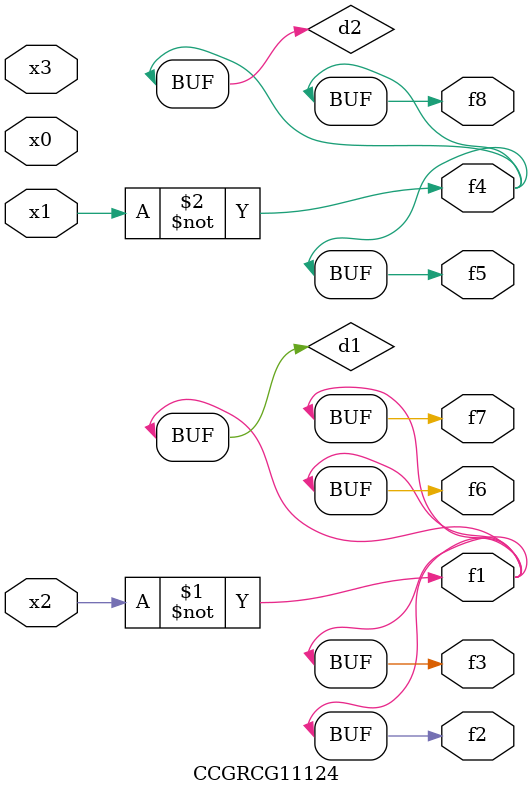
<source format=v>
module CCGRCG11124(
	input x0, x1, x2, x3,
	output f1, f2, f3, f4, f5, f6, f7, f8
);

	wire d1, d2;

	xnor (d1, x2);
	not (d2, x1);
	assign f1 = d1;
	assign f2 = d1;
	assign f3 = d1;
	assign f4 = d2;
	assign f5 = d2;
	assign f6 = d1;
	assign f7 = d1;
	assign f8 = d2;
endmodule

</source>
